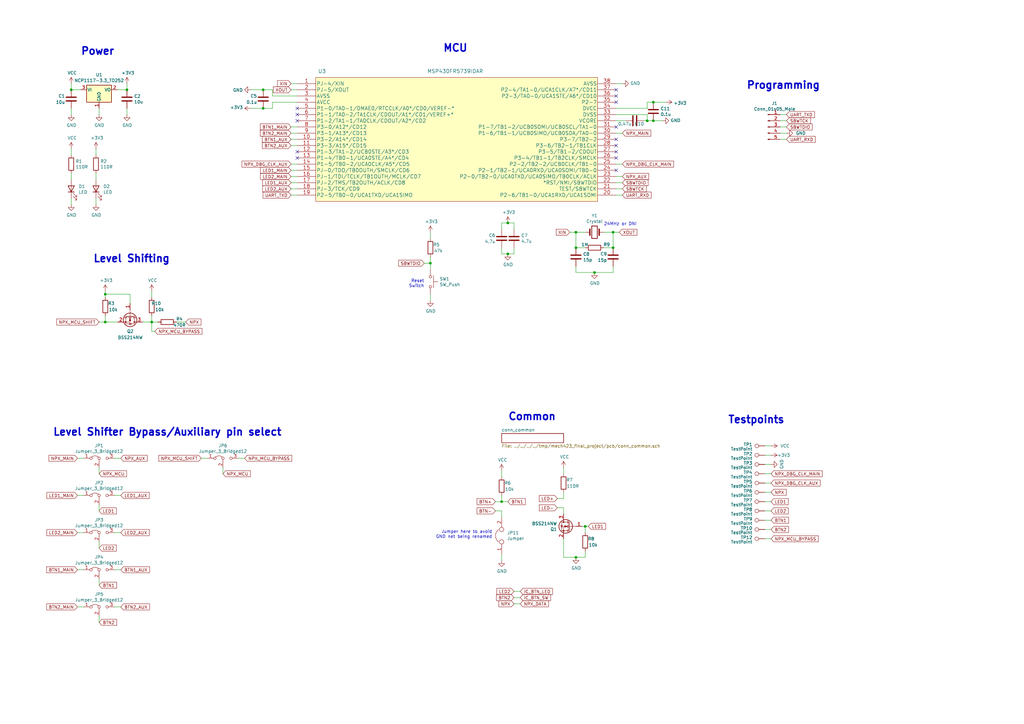
<source format=kicad_sch>
(kicad_sch (version 20230121) (generator eeschema)
  (paper "A3")
  (lib_symbols
    (symbol "Connector:TestPoint" (pin_numbers hide) (pin_names (offset 0.762) hide)
      (property "Reference" "TP" (at 0 6.858 0))
      (property "Value" "TestPoint" (at 0 5.08 0))
      (symbol "TestPoint_0_1"
        (circle (center 0 3.302) (radius 0.762))
      )
      (symbol "TestPoint_1_1"
        (pin passive line (at 0 0 90) (length 2.54) (name "1") (number "1"))
      )
    )
    (symbol "Device:C" (pin_numbers hide) (pin_names (offset 0.254))
      (property "Reference" "C" (at 0.635 2.54 0))
      (property "Value" "C" (at 0.635 -2.54 0))
      (symbol "C_0_1"
        (polyline (pts (xy -2.032 -0.762) (xy 2.032 -0.762)) (stroke (width 0.508)))
        (polyline (pts (xy -2.032 0.762) (xy 2.032 0.762)) (stroke (width 0.508)))
      )
      (symbol "C_1_1"
        (pin passive line (at 0 3.81 270) (length 2.794) (name "~") (number "1"))
        (pin passive line (at 0 -3.81 90) (length 2.794) (name "~") (number "2"))
      )
    )
    (symbol "Device:Crystal" (pin_numbers hide) (pin_names (offset 1.016) hide)
      (property "Reference" "Y" (at 0 3.81 0))
      (property "Value" "Crystal" (at 0 -3.81 0))
      (symbol "Crystal_0_1"
        (rectangle (start -1.143 2.54) (end 1.143 -2.54) (stroke (width 0.3048)))
        (polyline (pts (xy -2.54 0) (xy -1.905 0)))
        (polyline (pts (xy -1.905 -1.27) (xy -1.905 1.27)) (stroke (width 0.508)))
        (polyline (pts (xy 1.905 -1.27) (xy 1.905 1.27)) (stroke (width 0.508)))
        (polyline (pts (xy 2.54 0) (xy 1.905 0)))
      )
      (symbol "Crystal_1_1"
        (pin passive line (at -3.81 0 0) (length 1.27) (name "1") (number "1"))
        (pin passive line (at 3.81 0 180) (length 1.27) (name "2") (number "2"))
      )
    )
    (symbol "Device:LED" (pin_numbers hide) (pin_names (offset 1.016) hide)
      (property "Reference" "D" (at 0 2.54 0))
      (property "Value" "LED" (at 0 -2.54 0))
      (symbol "LED_0_1"
        (polyline (pts (xy -1.27 -1.27) (xy -1.27 1.27)) (stroke (width 0.254)))
        (polyline (pts (xy -1.27 0) (xy 1.27 0)))
        (polyline (pts (xy 1.27 -1.27) (xy 1.27 1.27) (xy -1.27 0) (xy 1.27 -1.27)) (stroke (width 0.254)))
        (polyline (pts (xy -3.048 -0.762) (xy -4.572 -2.286) (xy -3.81 -2.286) (xy -4.572 -2.286) (xy -4.572 -1.524)))
        (polyline (pts (xy -1.778 -0.762) (xy -3.302 -2.286) (xy -2.54 -2.286) (xy -3.302 -2.286) (xy -3.302 -1.524)))
      )
      (symbol "LED_1_1"
        (pin passive line (at -3.81 0 0) (length 2.54) (name "K") (number "1"))
        (pin passive line (at 3.81 0 180) (length 2.54) (name "A") (number "2"))
      )
    )
    (symbol "Device:R" (pin_numbers hide) (pin_names (offset 0))
      (property "Reference" "R" (at 2.032 0 90))
      (property "Value" "R" (at 0 0 90))
      (symbol "R_0_1"
        (rectangle (start -1.016 -2.54) (end 1.016 2.54) (stroke (width 0.254)))
      )
      (symbol "R_1_1"
        (pin passive line (at 0 3.81 270) (length 1.27) (name "~") (number "1"))
        (pin passive line (at 0 -3.81 90) (length 1.27) (name "~") (number "2"))
      )
    )
    (symbol "Regulator_Linear:NCP1117-3.3_TO252" (pin_names (offset 0.254))
      (property "Reference" "U" (at -3.81 3.175 0))
      (property "Value" "NCP1117-3.3_TO252" (at 0 3.175 0))
      (symbol "NCP1117-3.3_TO252_0_1"
        (rectangle (start -5.08 1.905) (end 5.08 -5.08) (stroke (width 0.254)) (fill (type background)))
      )
      (symbol "NCP1117-3.3_TO252_1_1"
        (pin power_in line (at 0 -7.62 90) (length 2.54) (name "GND") (number "1"))
        (pin power_out line (at 7.62 0 180) (length 2.54) (name "VO") (number "2"))
        (pin power_in line (at -7.62 0 0) (length 2.54) (name "VI") (number "3"))
      )
    )
    (symbol "Switch:SW_Push" (pin_numbers hide) (pin_names (offset 1.016) hide)
      (property "Reference" "SW" (at 1.27 2.54 0))
      (property "Value" "SW_Push" (at 0 -1.524 0))
      (symbol "SW_Push_0_1"
        (circle (center -2.032 0) (radius 0.508))
        (polyline (pts (xy 0 1.27) (xy 0 3.048)))
        (polyline (pts (xy 2.54 1.27) (xy -2.54 1.27)))
        (circle (center 2.032 0) (radius 0.508))
        (pin passive line (at -5.08 0 0) (length 2.54) (name "1") (number "1"))
        (pin passive line (at 5.08 0 180) (length 2.54) (name "2") (number "2"))
      )
    )
    (symbol "Transistor_FET:BSS214NW" (pin_names hide)
      (property "Reference" "Q" (at 5.08 1.905 0))
      (property "Value" "BSS214NW" (at 5.08 0 0))
      (symbol "BSS214NW_0_1"
        (polyline (pts (xy 0.254 0) (xy -2.54 0)))
        (polyline (pts (xy 0.254 1.905) (xy 0.254 -1.905)) (stroke (width 0.254)))
        (polyline (pts (xy 0.762 -1.27) (xy 0.762 -2.286)) (stroke (width 0.254)))
        (polyline (pts (xy 0.762 0.508) (xy 0.762 -0.508)) (stroke (width 0.254)))
        (polyline (pts (xy 0.762 2.286) (xy 0.762 1.27)) (stroke (width 0.254)))
        (polyline (pts (xy 2.54 2.54) (xy 2.54 1.778)))
        (polyline (pts (xy 2.54 -2.54) (xy 2.54 0) (xy 0.762 0)))
        (polyline (pts (xy 0.762 -1.778) (xy 3.302 -1.778) (xy 3.302 1.778) (xy 0.762 1.778)))
        (polyline (pts (xy 1.016 0) (xy 2.032 0.381) (xy 2.032 -0.381) (xy 1.016 0)) (fill (type outline)))
        (polyline (pts (xy 2.794 0.508) (xy 2.921 0.381) (xy 3.683 0.381) (xy 3.81 0.254)))
        (polyline (pts (xy 3.302 0.381) (xy 2.921 -0.254) (xy 3.683 -0.254) (xy 3.302 0.381)))
        (circle (center 1.651 0) (radius 2.794) (stroke (width 0.254)))
        (circle (center 2.54 -1.778) (radius 0.254) (fill (type outline)))
        (circle (center 2.54 1.778) (radius 0.254) (fill (type outline)))
      )
      (symbol "BSS214NW_1_1"
        (pin input line (at -5.08 0 0) (length 2.54) (name "G") (number "1"))
        (pin passive line (at 2.54 -5.08 90) (length 2.54) (name "S") (number "2"))
        (pin passive line (at 2.54 5.08 270) (length 2.54) (name "D") (number "3"))
      )
    )
    (symbol "logic_handle-rescue:Conn_01x05_Male-Connector" (pin_names (offset 1.016) hide)
      (property "Reference" "J" (at 0 7.62 0))
      (property "Value" "Connector_Conn_01x05_Male" (at 0 -7.62 0))
      (symbol "Conn_01x05_Male-Connector_1_1"
        (polyline (pts (xy 1.27 -5.08) (xy 0.8636 -5.08)) (stroke (width 0.1524)))
        (polyline (pts (xy 1.27 -2.54) (xy 0.8636 -2.54)) (stroke (width 0.1524)))
        (polyline (pts (xy 1.27 0) (xy 0.8636 0)) (stroke (width 0.1524)))
        (polyline (pts (xy 1.27 2.54) (xy 0.8636 2.54)) (stroke (width 0.1524)))
        (polyline (pts (xy 1.27 5.08) (xy 0.8636 5.08)) (stroke (width 0.1524)))
        (rectangle (start 0.8636 -4.953) (end 0 -5.207) (stroke (width 0.1524)) (fill (type outline)))
        (rectangle (start 0.8636 -2.413) (end 0 -2.667) (stroke (width 0.1524)) (fill (type outline)))
        (rectangle (start 0.8636 0.127) (end 0 -0.127) (stroke (width 0.1524)) (fill (type outline)))
        (rectangle (start 0.8636 2.667) (end 0 2.413) (stroke (width 0.1524)) (fill (type outline)))
        (rectangle (start 0.8636 5.207) (end 0 4.953) (stroke (width 0.1524)) (fill (type outline)))
        (pin passive line (at 5.08 5.08 180) (length 3.81) (name "Pin_1") (number "1"))
        (pin passive line (at 5.08 2.54 180) (length 3.81) (name "Pin_2") (number "2"))
        (pin passive line (at 5.08 0 180) (length 3.81) (name "Pin_3") (number "3"))
        (pin passive line (at 5.08 -2.54 180) (length 3.81) (name "Pin_4") (number "4"))
        (pin passive line (at 5.08 -5.08 180) (length 3.81) (name "Pin_5") (number "5"))
      )
    )
    (symbol "logic_handle-rescue:Jumper-Device" (pin_names (offset 0.762) hide)
      (property "Reference" "JP" (at 0 3.81 0))
      (property "Value" "Device_Jumper" (at 0 -2.032 0))
      (symbol "Jumper-Device_0_1"
        (circle (center -2.54 0) (radius 0.889))
        (arc (start 2.5146 1.27) (mid 0.0078 2.5097) (end -2.4892 1.27))
        (circle (center 2.54 0) (radius 0.889))
        (pin passive line (at -7.62 0 0) (length 4.191) (name "1") (number "1"))
        (pin passive line (at 7.62 0 180) (length 4.191) (name "2") (number "2"))
      )
    )
    (symbol "logic_handle-rescue:Jumper_3_Bridged12-Jumper" (pin_names (offset 0) hide)
      (property "Reference" "JP" (at -2.54 -2.54 0))
      (property "Value" "Jumper_Jumper_3_Bridged12" (at 0 2.794 0))
      (symbol "Jumper_3_Bridged12-Jumper_0_0"
        (circle (center -3.302 0) (radius 0.508))
        (circle (center 0 0) (radius 0.508))
        (circle (center 3.302 0) (radius 0.508))
      )
      (symbol "Jumper_3_Bridged12-Jumper_0_1"
        (arc (start -0.254 0.508) (mid -1.651 0.9912) (end -3.048 0.508))
        (polyline (pts (xy 0 -1.27) (xy 0 -0.508)))
      )
      (symbol "Jumper_3_Bridged12-Jumper_1_1"
        (pin passive line (at -6.35 0 0) (length 2.54) (name "A") (number "1"))
        (pin input line (at 0 -3.81 90) (length 2.54) (name "C") (number "2"))
        (pin passive line (at 6.35 0 180) (length 2.54) (name "B") (number "3"))
      )
    )
    (symbol "logic_handle-rescue:MSP430FR5739IDAR-gigahawk" (pin_names (offset 0.254))
      (property "Reference" "U" (at 0 5.08 0))
      (property "Value" "gigahawk_MSP430FR5739IDAR" (at 0 2.54 0))
      (symbol "MSP430FR5739IDAR-gigahawk_1_1"
        (rectangle (start -57.15 0) (end 58.42 -50.8) (fill (type background)))
        (pin bidirectional line (at -64.77 -2.54 0) (length 7.62) (name "PJ-4/XIN") (number "1"))
        (pin bidirectional line (at -64.77 -25.4 0) (length 7.62) (name "P3-2/A14*/CD14") (number "10"))
        (pin bidirectional line (at -64.77 -27.94 0) (length 7.62) (name "P3-3/A15*/CD15") (number "11"))
        (pin bidirectional line (at -64.77 -30.48 0) (length 7.62) (name "P1-3/TA1-2/UCB0STE/A3*/CD3") (number "12"))
        (pin bidirectional line (at -64.77 -33.02 0) (length 7.62) (name "P1-4/TB0-1/UCA0STE/A4*/CD4") (number "13"))
        (pin bidirectional line (at -64.77 -35.56 0) (length 7.62) (name "P1-5/TB0-2/UCA0CLK/A5*/CD5") (number "14"))
        (pin bidirectional line (at -64.77 -38.1 0) (length 7.62) (name "PJ-0/TDO/TB0OUTH/SMCLK/CD6") (number "15"))
        (pin bidirectional line (at -64.77 -40.64 0) (length 7.62) (name "PJ-1/TDI/TCLK/TB1OUTH/MCLK/CD7") (number "16"))
        (pin bidirectional line (at -64.77 -43.18 0) (length 7.62) (name "PJ-2/TMS/TB2OUTH/ACLK/CD8") (number "17"))
        (pin bidirectional line (at -64.77 -45.72 0) (length 7.62) (name "PJ-3/TCK/CD9") (number "18"))
        (pin bidirectional line (at -64.77 -48.26 0) (length 7.62) (name "P2-5/TB0-0/UCA1TXD/UCA1SIMO") (number "19"))
        (pin bidirectional line (at -64.77 -5.08 0) (length 7.62) (name "PJ-5/XOUT") (number "2"))
        (pin bidirectional line (at 66.04 -48.26 180) (length 7.62) (name "P2-6/TB1-0/UCA1RXD/UCA1SOMI") (number "20"))
        (pin bidirectional line (at 66.04 -45.72 180) (length 7.62) (name "TEST/SBWTCK") (number "21"))
        (pin bidirectional line (at 66.04 -43.18 180) (length 7.62) (name "*RST/NMI/SBWTDIO") (number "22"))
        (pin bidirectional line (at 66.04 -40.64 180) (length 7.62) (name "P2-0/TB2-0/UCA0TXD/UCA0SIMO/TB0CLK/ACLK") (number "23"))
        (pin bidirectional line (at 66.04 -38.1 180) (length 7.62) (name "P2-1/TB2-1/UCA0RXD/UCA0SOMI/TB0-0") (number "24"))
        (pin bidirectional line (at 66.04 -35.56 180) (length 7.62) (name "P2-2/TB2-2/UCB0CLK/TB1-0") (number "25"))
        (pin bidirectional line (at 66.04 -33.02 180) (length 7.62) (name "P3-4/TB1-1/TB2CLK/SMCLK") (number "26"))
        (pin bidirectional line (at 66.04 -30.48 180) (length 7.62) (name "P3-5/TB1-2/CDOUT") (number "27"))
        (pin bidirectional line (at 66.04 -27.94 180) (length 7.62) (name "P3-6/TB2-1/TB1CLK") (number "28"))
        (pin bidirectional line (at 66.04 -25.4 180) (length 7.62) (name "P3-7/TB2-2") (number "29"))
        (pin power_in line (at -64.77 -7.62 0) (length 7.62) (name "AVSS") (number "3"))
        (pin bidirectional line (at 66.04 -22.86 180) (length 7.62) (name "P1-6/TB1-1/UCB0SIMO/UCB0SDA/TA0-0") (number "30"))
        (pin bidirectional line (at 66.04 -20.32 180) (length 7.62) (name "P1-7/TB1-2/UCB0SOMI/UCB0SCL/TA1-0") (number "31"))
        (pin power_in line (at 66.04 -17.78 180) (length 7.62) (name "VCORE") (number "32"))
        (pin power_in line (at 66.04 -15.24 180) (length 7.62) (name "DVSS") (number "33"))
        (pin power_in line (at 66.04 -12.7 180) (length 7.62) (name "DVCC") (number "34"))
        (pin bidirectional line (at 66.04 -10.16 180) (length 7.62) (name "P2-7") (number "35"))
        (pin bidirectional line (at 66.04 -7.62 180) (length 7.62) (name "P2-3/TA0-0/UCA1STE/A6*/CD10") (number "36"))
        (pin bidirectional line (at 66.04 -5.08 180) (length 7.62) (name "P2-4/TA1-0/UCA1CLK/A7*/CD11") (number "37"))
        (pin power_in line (at 66.04 -2.54 180) (length 7.62) (name "AVSS") (number "38"))
        (pin power_in line (at -64.77 -10.16 0) (length 7.62) (name "AVCC") (number "4"))
        (pin bidirectional line (at -64.77 -12.7 0) (length 7.62) (name "P1-0/TA0-1/DMAE0/RTCCLK/A0*/CD0/VEREF-*") (number "5"))
        (pin bidirectional line (at -64.77 -15.24 0) (length 7.62) (name "P1-1/TA0-2/TA1CLK/CDOUT/A1*/CD1/VEREF+*") (number "6"))
        (pin bidirectional line (at -64.77 -17.78 0) (length 7.62) (name "P1-2/TA1-1/TA0CLK/CDOUT/A2*/CD2") (number "7"))
        (pin bidirectional line (at -64.77 -20.32 0) (length 7.62) (name "P3-0/A12*/CD12") (number "8"))
        (pin bidirectional line (at -64.77 -22.86 0) (length 7.62) (name "P3-1/A13*/CD13") (number "9"))
      )
    )
    (symbol "power:+3V3" (power) (pin_names (offset 0))
      (property "Value" "+3V3" (at 0 3.556 0))
      (symbol "+3V3_0_1"
        (polyline (pts (xy -0.762 1.27) (xy 0 2.54)))
        (polyline (pts (xy 0 0) (xy 0 2.54)))
        (polyline (pts (xy 0 2.54) (xy 0.762 1.27)))
      )
      (symbol "+3V3_1_1"
        (pin power_in line (at 0 0 90) (length 0) hide (name "+3V3") (number "1"))
      )
    )
    (symbol "power:GND" (power) (pin_names (offset 0))
      (property "Value" "GND" (at 0 -3.81 0))
      (symbol "GND_0_1"
        (polyline (pts (xy 0 0) (xy 0 -1.27) (xy 1.27 -1.27) (xy 0 -2.54) (xy -1.27 -1.27) (xy 0 -1.27)))
      )
      (symbol "GND_1_1"
        (pin power_in line (at 0 0 270) (length 0) hide (name "GND") (number "1"))
      )
    )
    (symbol "power:VCC" (power) (pin_names (offset 0))
      (property "Value" "VCC" (at 0 3.81 0))
      (symbol "VCC_0_1"
        (polyline (pts (xy -0.762 1.27) (xy 0 2.54)))
        (polyline (pts (xy 0 0) (xy 0 2.54)))
        (polyline (pts (xy 0 2.54) (xy 0.762 1.27)))
      )
      (symbol "VCC_1_1"
        (pin power_in line (at 0 0 90) (length 0) hide (name "VCC") (number "1"))
      )
    )
  )
  (junction (at 205.74 205.74))
  (junction (at 240.03 215.9))
  (junction (at 236.22 228.6))
  (junction (at 236.22 101.6))
  (junction (at 251.46 101.6))
  (junction (at 236.22 95.25))
  (junction (at 43.18 120.65))
  (junction (at 107.95 44.45))
  (junction (at 267.97 49.53))
  (junction (at 176.53 107.95))
  (junction (at 208.28 91.44))
  (junction (at 107.95 36.83))
  (junction (at 43.18 132.08))
  (junction (at 62.23 132.08))
  (junction (at 267.97 41.91))
  (junction (at 243.84 111.76))
  (junction (at 265.43 49.53))
  (junction (at 29.21 36.83))
  (junction (at 52.07 36.83))
  (junction (at 208.28 104.14))
  (junction (at 251.46 95.25))
  (no_connect (at 252.73 39.37))
  (no_connect (at 121.92 44.45))
  (no_connect (at 252.73 69.85))
  (no_connect (at 121.92 62.23))
  (no_connect (at 121.92 49.53))
  (no_connect (at 252.73 41.91))
  (no_connect (at 252.73 64.77))
  (no_connect (at 252.73 52.07))
  (no_connect (at 252.73 36.83))
  (no_connect (at 252.73 62.23))
  (no_connect (at 121.92 64.77))
  (no_connect (at 121.92 46.99))
  (no_connect (at 252.73 59.69))
  (no_connect (at 252.73 57.15))
  (wire (pts (xy 265.43 41.91) (xy 267.97 41.91)))
  (wire (pts (xy 251.46 111.76) (xy 251.46 109.22)))
  (wire (pts (xy 91.44 194.31) (xy 91.44 191.77)))
  (wire (pts (xy 205.74 195.58) (xy 205.74 193.04)))
  (wire (pts (xy 31.75 218.44) (xy 34.29 218.44)))
  (wire (pts (xy 316.23 198.12) (xy 313.69 198.12)))
  (wire (pts (xy 176.53 105.41) (xy 176.53 107.95)))
  (wire (pts (xy 29.21 73.66) (xy 29.21 71.12)))
  (wire (pts (xy 208.28 91.44) (xy 210.82 91.44)))
  (wire (pts (xy 255.27 77.47) (xy 252.73 77.47)))
  (wire (pts (xy 205.74 93.98) (xy 205.74 91.44)))
  (wire (pts (xy 119.38 52.07) (xy 121.92 52.07)))
  (wire (pts (xy 316.23 205.74) (xy 313.69 205.74)))
  (wire (pts (xy 205.74 205.74) (xy 205.74 203.2)))
  (wire (pts (xy 238.76 215.9) (xy 240.03 215.9)))
  (wire (pts (xy 49.53 218.44) (xy 46.99 218.44)))
  (wire (pts (xy 236.22 228.6) (xy 240.03 228.6)))
  (wire (pts (xy 53.34 120.65) (xy 43.18 120.65)))
  (wire (pts (xy 267.97 41.91) (xy 273.05 41.91)))
  (wire (pts (xy 53.34 124.46) (xy 53.34 120.65)))
  (wire (pts (xy 228.6 208.28) (xy 231.14 208.28)))
  (wire (pts (xy 256.54 49.53) (xy 252.73 49.53)))
  (wire (pts (xy 52.07 36.83) (xy 52.07 34.29)))
  (wire (pts (xy 208.28 104.14) (xy 210.82 104.14)))
  (wire (pts (xy 31.75 233.68) (xy 34.29 233.68)))
  (wire (pts (xy 40.64 191.77) (xy 40.64 194.31)))
  (wire (pts (xy 231.14 208.28) (xy 231.14 210.82)))
  (wire (pts (xy 322.58 52.07) (xy 320.04 52.07)))
  (wire (pts (xy 119.38 34.29) (xy 121.92 34.29)))
  (wire (pts (xy 111.76 39.37) (xy 111.76 36.83)))
  (wire (pts (xy 255.27 67.31) (xy 252.73 67.31)))
  (wire (pts (xy 62.23 135.89) (xy 63.5 135.89)))
  (wire (pts (xy 210.82 242.57) (xy 213.36 242.57)))
  (wire (pts (xy 233.68 95.25) (xy 236.22 95.25)))
  (wire (pts (xy 49.53 248.92) (xy 46.99 248.92)))
  (wire (pts (xy 102.87 36.83) (xy 107.95 36.83)))
  (wire (pts (xy 100.33 187.96) (xy 97.79 187.96)))
  (wire (pts (xy 205.74 91.44) (xy 208.28 91.44)))
  (wire (pts (xy 203.2 209.55) (xy 205.74 209.55)))
  (wire (pts (xy 322.58 57.15) (xy 320.04 57.15)))
  (wire (pts (xy 119.38 54.61) (xy 121.92 54.61)))
  (wire (pts (xy 205.74 104.14) (xy 205.74 101.6)))
  (wire (pts (xy 231.14 228.6) (xy 236.22 228.6)))
  (wire (pts (xy 210.82 104.14) (xy 210.82 101.6)))
  (wire (pts (xy 210.82 245.11) (xy 213.36 245.11)))
  (wire (pts (xy 231.14 194.31) (xy 231.14 191.77)))
  (wire (pts (xy 322.58 46.99) (xy 320.04 46.99)))
  (wire (pts (xy 236.22 101.6) (xy 240.03 101.6)))
  (wire (pts (xy 29.21 83.82) (xy 29.21 81.28)))
  (wire (pts (xy 29.21 36.83) (xy 29.21 34.29)))
  (wire (pts (xy 240.03 95.25) (xy 236.22 95.25)))
  (wire (pts (xy 72.39 132.08) (xy 76.2 132.08)))
  (wire (pts (xy 205.74 229.87) (xy 205.74 227.33)))
  (wire (pts (xy 316.23 220.98) (xy 313.69 220.98)))
  (wire (pts (xy 240.03 215.9) (xy 241.3 215.9)))
  (wire (pts (xy 316.23 182.88) (xy 313.69 182.88)))
  (wire (pts (xy 267.97 49.53) (xy 271.78 49.53)))
  (wire (pts (xy 208.28 104.14) (xy 205.74 104.14)))
  (wire (pts (xy 31.75 248.92) (xy 34.29 248.92)))
  (wire (pts (xy 265.43 49.53) (xy 267.97 49.53)))
  (wire (pts (xy 40.64 132.08) (xy 43.18 132.08)))
  (wire (pts (xy 203.2 205.74) (xy 205.74 205.74)))
  (wire (pts (xy 255.27 34.29) (xy 252.73 34.29)))
  (wire (pts (xy 40.64 224.79) (xy 40.64 222.25)))
  (wire (pts (xy 313.69 194.31) (xy 316.23 194.31)))
  (wire (pts (xy 255.27 54.61) (xy 252.73 54.61)))
  (wire (pts (xy 40.64 46.99) (xy 40.64 44.45)))
  (wire (pts (xy 240.03 228.6) (xy 240.03 226.06)))
  (wire (pts (xy 252.73 44.45) (xy 265.43 44.45)))
  (wire (pts (xy 52.07 46.99) (xy 52.07 44.45)))
  (wire (pts (xy 39.37 60.96) (xy 39.37 63.5)))
  (wire (pts (xy 176.53 95.25) (xy 176.53 97.79)))
  (wire (pts (xy 205.74 209.55) (xy 205.74 212.09)))
  (wire (pts (xy 107.95 36.83) (xy 111.76 36.83)))
  (wire (pts (xy 29.21 63.5) (xy 29.21 60.96)))
  (wire (pts (xy 119.38 57.15) (xy 121.92 57.15)))
  (wire (pts (xy 316.23 190.5) (xy 313.69 190.5)))
  (wire (pts (xy 119.38 59.69) (xy 121.92 59.69)))
  (wire (pts (xy 43.18 120.65) (xy 43.18 119.38)))
  (wire (pts (xy 119.38 77.47) (xy 121.92 77.47)))
  (wire (pts (xy 252.73 80.01) (xy 255.27 80.01)))
  (wire (pts (xy 107.95 44.45) (xy 111.76 44.45)))
  (wire (pts (xy 49.53 233.68) (xy 46.99 233.68)))
  (wire (pts (xy 316.23 186.69) (xy 313.69 186.69)))
  (wire (pts (xy 251.46 101.6) (xy 251.46 95.25)))
  (wire (pts (xy 121.92 41.91) (xy 111.76 41.91)))
  (wire (pts (xy 231.14 220.98) (xy 231.14 228.6)))
  (wire (pts (xy 121.92 67.31) (xy 119.38 67.31)))
  (wire (pts (xy 62.23 132.08) (xy 58.42 132.08)))
  (wire (pts (xy 49.53 203.2) (xy 46.99 203.2)))
  (wire (pts (xy 119.38 80.01) (xy 121.92 80.01)))
  (wire (pts (xy 213.36 247.65) (xy 210.82 247.65)))
  (wire (pts (xy 316.23 209.55) (xy 313.69 209.55)))
  (wire (pts (xy 322.58 49.53) (xy 320.04 49.53)))
  (wire (pts (xy 240.03 218.44) (xy 240.03 215.9)))
  (wire (pts (xy 316.23 213.36) (xy 313.69 213.36)))
  (wire (pts (xy 210.82 91.44) (xy 210.82 93.98)))
  (wire (pts (xy 64.77 132.08) (xy 62.23 132.08)))
  (wire (pts (xy 119.38 69.85) (xy 121.92 69.85)))
  (wire (pts (xy 31.75 187.96) (xy 34.29 187.96)))
  (wire (pts (xy 29.21 36.83) (xy 33.02 36.83)))
  (wire (pts (xy 48.26 36.83) (xy 52.07 36.83)))
  (wire (pts (xy 228.6 204.47) (xy 231.14 204.47)))
  (wire (pts (xy 243.84 111.76) (xy 236.22 111.76)))
  (wire (pts (xy 264.16 49.53) (xy 265.43 49.53)))
  (wire (pts (xy 40.64 240.03) (xy 40.64 237.49)))
  (wire (pts (xy 39.37 73.66) (xy 39.37 71.12)))
  (wire (pts (xy 255.27 72.39) (xy 252.73 72.39)))
  (wire (pts (xy 119.38 74.93) (xy 121.92 74.93)))
  (wire (pts (xy 176.53 123.19) (xy 176.53 120.65)))
  (wire (pts (xy 49.53 187.96) (xy 46.99 187.96)))
  (wire (pts (xy 236.22 95.25) (xy 236.22 101.6)))
  (wire (pts (xy 43.18 132.08) (xy 48.26 132.08)))
  (wire (pts (xy 102.87 44.45) (xy 107.95 44.45)))
  (wire (pts (xy 252.73 46.99) (xy 265.43 46.99)))
  (wire (pts (xy 43.18 121.92) (xy 43.18 120.65)))
  (wire (pts (xy 251.46 95.25) (xy 247.65 95.25)))
  (wire (pts (xy 247.65 101.6) (xy 251.46 101.6)))
  (wire (pts (xy 119.38 72.39) (xy 121.92 72.39)))
  (wire (pts (xy 243.84 111.76) (xy 251.46 111.76)))
  (wire (pts (xy 254 95.25) (xy 251.46 95.25)))
  (wire (pts (xy 316.23 201.93) (xy 313.69 201.93)))
  (wire (pts (xy 265.43 44.45) (xy 265.43 41.91)))
  (wire (pts (xy 255.27 74.93) (xy 252.73 74.93)))
  (wire (pts (xy 176.53 107.95) (xy 176.53 110.49)))
  (wire (pts (xy 208.28 205.74) (xy 205.74 205.74)))
  (wire (pts (xy 31.75 203.2) (xy 34.29 203.2)))
  (wire (pts (xy 236.22 111.76) (xy 236.22 109.22)))
  (wire (pts (xy 316.23 217.17) (xy 313.69 217.17)))
  (wire (pts (xy 265.43 46.99) (xy 265.43 49.53)))
  (wire (pts (xy 29.21 46.99) (xy 29.21 44.45)))
  (wire (pts (xy 40.64 255.27) (xy 40.64 252.73)))
  (wire (pts (xy 40.64 209.55) (xy 40.64 207.01)))
  (wire (pts (xy 121.92 39.37) (xy 111.76 39.37)))
  (wire (pts (xy 322.58 54.61) (xy 320.04 54.61)))
  (wire (pts (xy 43.18 129.54) (xy 43.18 132.08)))
  (wire (pts (xy 82.55 187.96) (xy 85.09 187.96)))
  (wire (pts (xy 111.76 41.91) (xy 111.76 44.45)))
  (wire (pts (xy 62.23 132.08) (xy 62.23 135.89)))
  (wire (pts (xy 62.23 129.54) (xy 62.23 132.08)))
  (wire (pts (xy 119.38 36.83) (xy 121.92 36.83)))
  (wire (pts (xy 176.53 107.95) (xy 173.99 107.95)))
  (wire (pts (xy 39.37 83.82) (xy 39.37 81.28)))
  (wire (pts (xy 62.23 121.92) (xy 62.23 119.38)))
  (wire (pts (xy 231.14 204.47) (xy 231.14 201.93)))
  (text "Programming" (at 306.07 36.83 0) (effects (font (size 2.9972 2.9972) (thickness 0.5994) bold) (justify left bottom)))
  (text "Level Shifting" (at 38.1 107.95 0) (effects (font (size 2.9972 2.9972) (thickness 0.5994) bold) (justify left bottom)))
  (text "Level Shifter Bypass/Auxiliary pin select" (at 21.59 179.07 0) (effects (font (size 2.9972 2.9972) (thickness 0.5994) bold) (justify left bottom)))
  (text "Jumper here to avoid\nGND net being renamed" (at 201.93 220.98 0) (effects (font (size 1.27 1.27)) (justify right bottom)))
  (text "Testpoints" (at 298.45 173.99 0) (effects (font (size 2.9972 2.9972) (thickness 0.5994) bold) (justify left bottom)))
  (text "Reset\nSwitch" (at 173.99 118.11 0) (effects (font (size 1.27 1.27)) (justify right bottom)))
  (text "24MHz or DNI" (at 247.65 92.71 0) (effects (font (size 1.27 1.27)) (justify left bottom)))
  (text "Power" (at 33.02 22.86 0) (effects (font (size 2.9972 2.9972) (thickness 0.5994) bold) (justify left bottom)))
  (text "Common" (at 208.28 172.72 0) (effects (font (size 2.9972 2.9972) (thickness 0.5994) bold) (justify left bottom)))
  (text "MCU" (at 181.61 21.59 0) (effects (font (size 2.9972 2.9972) (thickness 0.5994) bold) (justify left bottom)))
  (global_label "NPX_MCU_SHIFT" (shape input) (at 82.55 187.96 180) (property "Intersheetrefs" "${INTERSHEET_REFS}" (effects hide)))
  (global_label "LED2_AUX" (shape input) (at 49.53 218.44 0) (property "Intersheetrefs" "${INTERSHEET_REFS}" (effects hide)))
  (global_label "NPX_MCU" (shape input) (at 40.64 194.31 0) (property "Intersheetrefs" "${INTERSHEET_REFS}" (effects hide)))
  (global_label "LED1_MAIN" (shape input) (at 31.75 203.2 180) (property "Intersheetrefs" "${INTERSHEET_REFS}" (effects hide)))
  (global_label "NPX_MAIN" (shape input) (at 255.27 54.61 0) (property "Intersheetrefs" "${INTERSHEET_REFS}" (effects hide)))
  (global_label "NPX_DBG_CLK_MAIN" (shape input) (at 316.23 194.31 0) (property "Intersheetrefs" "${INTERSHEET_REFS}" (effects hide)))
  (global_label "LED2" (shape input) (at 210.82 242.57 180) (property "Intersheetrefs" "${INTERSHEET_REFS}" (effects hide)))
  (global_label "BTN2_MAIN" (shape input) (at 31.75 248.92 180) (property "Intersheetrefs" "${INTERSHEET_REFS}" (effects hide)))
  (global_label "BTN1_AUX" (shape input) (at 119.38 57.15 180) (property "Intersheetrefs" "${INTERSHEET_REFS}" (effects hide)))
  (global_label "BTN2" (shape input) (at 40.64 255.27 0) (property "Intersheetrefs" "${INTERSHEET_REFS}" (effects hide)))
  (global_label "SBWTDIO" (shape input) (at 255.27 74.93 0) (property "Intersheetrefs" "${INTERSHEET_REFS}" (effects hide)))
  (global_label "LED2_MAIN" (shape input) (at 119.38 72.39 180) (property "Intersheetrefs" "${INTERSHEET_REFS}" (effects hide)))
  (global_label "NPX" (shape input) (at 210.82 247.65 180) (property "Intersheetrefs" "${INTERSHEET_REFS}" (effects hide)))
  (global_label "BTN1_AUX" (shape input) (at 49.53 233.68 0) (property "Intersheetrefs" "${INTERSHEET_REFS}" (effects hide)))
  (global_label "NPX_AUX" (shape input) (at 49.53 187.96 0) (property "Intersheetrefs" "${INTERSHEET_REFS}" (effects hide)))
  (global_label "SBWTDIO" (shape input) (at 322.58 52.07 0) (property "Intersheetrefs" "${INTERSHEET_REFS}" (effects hide)))
  (global_label "LED1" (shape input) (at 316.23 205.74 0) (property "Intersheetrefs" "${INTERSHEET_REFS}" (effects hide)))
  (global_label "SBWTCK" (shape input) (at 322.58 49.53 0) (property "Intersheetrefs" "${INTERSHEET_REFS}" (effects hide)))
  (global_label "XOUT" (shape input) (at 254 95.25 0) (property "Intersheetrefs" "${INTERSHEET_REFS}" (effects hide)))
  (global_label "NPX_MAIN" (shape input) (at 31.75 187.96 180) (property "Intersheetrefs" "${INTERSHEET_REFS}" (effects hide)))
  (global_label "BTN2_MAIN" (shape input) (at 119.38 54.61 180) (property "Intersheetrefs" "${INTERSHEET_REFS}" (effects hide)))
  (global_label "LED2" (shape input) (at 316.23 209.55 0) (property "Intersheetrefs" "${INTERSHEET_REFS}" (effects hide)))
  (global_label "IC_BTN_SW" (shape input) (at 213.36 245.11 0) (property "Intersheetrefs" "${INTERSHEET_REFS}" (effects hide)))
  (global_label "BTN2" (shape input) (at 316.23 217.17 0) (property "Intersheetrefs" "${INTERSHEET_REFS}" (effects hide)))
  (global_label "LED1" (shape input) (at 241.3 215.9 0) (property "Intersheetrefs" "${INTERSHEET_REFS}" (effects hide)))
  (global_label "BTN1" (shape input) (at 40.64 240.03 0) (property "Intersheetrefs" "${INTERSHEET_REFS}" (effects hide)))
  (global_label "NPX_MCU_BYPASS" (shape input) (at 63.5 135.89 0) (property "Intersheetrefs" "${INTERSHEET_REFS}" (effects hide)))
  (global_label "LED-" (shape input) (at 228.6 208.28 180) (property "Intersheetrefs" "${INTERSHEET_REFS}" (effects hide)))
  (global_label "LED1_AUX" (shape input) (at 49.53 203.2 0) (property "Intersheetrefs" "${INTERSHEET_REFS}" (effects hide)))
  (global_label "SBWTCK" (shape input) (at 255.27 77.47 0) (property "Intersheetrefs" "${INTERSHEET_REFS}" (effects hide)))
  (global_label "UART_TXD" (shape input) (at 119.38 80.01 180) (property "Intersheetrefs" "${INTERSHEET_REFS}" (effects hide)))
  (global_label "NPX" (shape input) (at 76.2 132.08 0) (property "Intersheetrefs" "${INTERSHEET_REFS}" (effects hide)))
  (global_label "BTN2_AUX" (shape input) (at 49.53 248.92 0) (property "Intersheetrefs" "${INTERSHEET_REFS}" (effects hide)))
  (global_label "LED1_AUX" (shape input) (at 119.38 74.93 180) (property "Intersheetrefs" "${INTERSHEET_REFS}" (effects hide)))
  (global_label "SBWTDIO" (shape input) (at 173.99 107.95 180) (property "Intersheetrefs" "${INTERSHEET_REFS}" (effects hide)))
  (global_label "NPX_AUX" (shape input) (at 255.27 72.39 0) (property "Intersheetrefs" "${INTERSHEET_REFS}" (effects hide)))
  (global_label "NPX_MCU_BYPASS" (shape input) (at 100.33 187.96 0) (property "Intersheetrefs" "${INTERSHEET_REFS}" (effects hide)))
  (global_label "NPX_DATA" (shape input) (at 213.36 247.65 0) (property "Intersheetrefs" "${INTERSHEET_REFS}" (effects hide)))
  (global_label "LED1" (shape input) (at 40.64 209.55 0) (property "Intersheetrefs" "${INTERSHEET_REFS}" (effects hide)))
  (global_label "NPX_MCU" (shape input) (at 91.44 194.31 0) (property "Intersheetrefs" "${INTERSHEET_REFS}" (effects hide)))
  (global_label "IC_BTN_LED" (shape input) (at 213.36 242.57 0) (property "Intersheetrefs" "${INTERSHEET_REFS}" (effects hide)))
  (global_label "NPX_DBG_CLK_AUX" (shape input) (at 316.23 198.12 0) (property "Intersheetrefs" "${INTERSHEET_REFS}" (effects hide)))
  (global_label "NPX_DBG_CLK_MAIN" (shape input) (at 255.27 67.31 0) (property "Intersheetrefs" "${INTERSHEET_REFS}" (effects hide)))
  (global_label "BTN2_AUX" (shape input) (at 119.38 59.69 180) (property "Intersheetrefs" "${INTERSHEET_REFS}" (effects hide)))
  (global_label "BTN2" (shape input) (at 210.82 245.11 180) (property "Intersheetrefs" "${INTERSHEET_REFS}" (effects hide)))
  (global_label "LED+" (shape input) (at 228.6 204.47 180) (property "Intersheetrefs" "${INTERSHEET_REFS}" (effects hide)))
  (global_label "UART_RXD" (shape input) (at 322.58 57.15 0) (property "Intersheetrefs" "${INTERSHEET_REFS}" (effects hide)))
  (global_label "BTN1_MAIN" (shape input) (at 31.75 233.68 180) (property "Intersheetrefs" "${INTERSHEET_REFS}" (effects hide)))
  (global_label "NPX_MCU_BYPASS" (shape input) (at 316.23 220.98 0) (property "Intersheetrefs" "${INTERSHEET_REFS}" (effects hide)))
  (global_label "BTN1" (shape input) (at 316.23 213.36 0) (property "Intersheetrefs" "${INTERSHEET_REFS}" (effects hide)))
  (global_label "BTN-" (shape input) (at 203.2 209.55 180) (property "Intersheetrefs" "${INTERSHEET_REFS}" (effects hide)))
  (global_label "NPX_DBG_CLK_AUX" (shape input) (at 119.38 67.31 180) (property "Intersheetrefs" "${INTERSHEET_REFS}" (effects hide)))
  (global_label "LED2_MAIN" (shape input) (at 31.75 218.44 180) (property "Intersheetrefs" "${INTERSHEET_REFS}" (effects hide)))
  (global_label "NPX" (shape input) (at 316.23 201.93 0) (property "Intersheetrefs" "${INTERSHEET_REFS}" (effects hide)))
  (global_label "LED2_AUX" (shape input) (at 119.38 77.47 180) (property "Intersheetrefs" "${INTERSHEET_REFS}" (effects hide)))
  (global_label "UART_RXD" (shape input) (at 255.27 80.01 0) (property "Intersheetrefs" "${INTERSHEET_REFS}" (effects hide)))
  (global_label "XIN" (shape input) (at 119.38 34.29 180) (property "Intersheetrefs" "${INTERSHEET_REFS}" (effects hide)))
  (global_label "XIN" (shape input) (at 233.68 95.25 180) (property "Intersheetrefs" "${INTERSHEET_REFS}" (effects hide)))
  (global_label "BTN+" (shape input) (at 203.2 205.74 180) (property "Intersheetrefs" "${INTERSHEET_REFS}" (effects hide)))
  (global_label "BTN1" (shape input) (at 208.28 205.74 0) (property "Intersheetrefs" "${INTERSHEET_REFS}" (effects hide)))
  (global_label "UART_TXD" (shape input) (at 322.58 46.99 0) (property "Intersheetrefs" "${INTERSHEET_REFS}" (effects hide)))
  (global_label "LED1_MAIN" (shape input) (at 119.38 69.85 180) (property "Intersheetrefs" "${INTERSHEET_REFS}" (effects hide)))
  (global_label "LED2" (shape input) (at 40.64 224.79 0) (property "Intersheetrefs" "${INTERSHEET_REFS}" (effects hide)))
  (global_label "XOUT" (shape input) (at 119.38 36.83 180) (property "Intersheetrefs" "${INTERSHEET_REFS}" (effects hide)))
  (global_label "BTN1_MAIN" (shape input) (at 119.38 52.07 180) (property "Intersheetrefs" "${INTERSHEET_REFS}" (effects hide)))
  (global_label "NPX_MCU_SHIFT" (shape input) (at 40.64 132.08 180) (property "Intersheetrefs" "${INTERSHEET_REFS}" (effects hide)))
  (symbol (lib_id "logic_handle-rescue:Jumper_3_Bridged12-Jumper") (at 40.64 187.96 0) (unit 1)
    (property "Reference" "JP1" (at 40.64 182.7784 0))
    (property "Value" "Jumper_3_Bridged12" (at 40.64 185.0898 0))
    (property "Footprint" "Jumper:SolderJumper-3_P1.3mm_Bridged2Bar12_Pad1.0x1.5mm" (effects hide))
  )
  (symbol (lib_id "logic_handle-rescue:Jumper_3_Bridged12-Jumper") (at 91.44 187.96 0) (unit 1)
    (property "Reference" "JP6" (at 91.44 182.7784 0))
    (property "Value" "Jumper_3_Bridged12" (at 91.44 185.0898 0))
    (property "Footprint" "Jumper:SolderJumper-3_P1.3mm_Bridged2Bar12_Pad1.0x1.5mm" (effects hide))
  )
  (symbol (lib_id "logic_handle-rescue:Jumper_3_Bridged12-Jumper") (at 40.64 203.2 0) (unit 1)
    (property "Reference" "JP2" (at 40.64 198.0184 0))
    (property "Value" "Jumper_3_Bridged12" (at 40.64 200.3298 0))
    (property "Footprint" "Jumper:SolderJumper-3_P1.3mm_Bridged2Bar12_Pad1.0x1.5mm" (effects hide))
  )
  (symbol (lib_id "logic_handle-rescue:Jumper_3_Bridged12-Jumper") (at 40.64 218.44 0) (unit 1)
    (property "Reference" "JP3" (at 40.64 213.2584 0))
    (property "Value" "Jumper_3_Bridged12" (at 40.64 215.5698 0))
    (property "Footprint" "Jumper:SolderJumper-3_P1.3mm_Bridged2Bar12_Pad1.0x1.5mm" (effects hide))
  )
  (symbol (lib_id "Switch:SW_Push") (at 176.53 115.57 270) (unit 1)
    (property "Reference" "SW1" (at 180.2892 114.4016 90) (effects (justify left)))
    (property "Value" "SW_Push" (at 180.2892 116.713 90) (effects (justify left)))
    (property "Footprint" "Button_Switch_SMD:SW_SPST_TL3342" (effects hide))
    (property "Datasheet" "https://sten-eswitch-13110800-production.s3.amazonaws.com/system/asset/product_line/data_sheet/165/TL3342.pdf" (effects hide))
    (property "Digikey" "EG5470CT-ND" (effects hide))
  )
  (symbol (lib_id "power:GND") (at 176.53 123.19 0) (unit 1)
    (property "Reference" "#PWR0116" (effects hide))
    (property "Value" "GND" (at 176.657 127.5842 0))
  )
  (symbol (lib_id "Device:Crystal") (at 243.84 95.25 0) (unit 1)
    (property "Reference" "Y1" (at 243.84 88.4428 0))
    (property "Value" "Crystal" (at 243.84 90.7542 0))
    (property "Footprint" "Gigahawk:Crystal_SMD_AWSZT-CV-2Pin_3.7x3.1mm" (effects hide))
    (property "Datasheet" "https://abracon.com/Resonators/AWSZT-CV.pdf" (effects hide))
    (property "Digikey" "535-10028-2-ND" (effects hide))
  )
  (symbol (lib_id "Device:R") (at 243.84 101.6 90) (unit 1)
    (property "Reference" "R9" (at 250.19 100.33 90) (effects (justify left)))
    (property "Value" "1M" (at 241.3 100.33 90) (effects (justify left)))
    (property "Footprint" "Resistor_SMD:R_0805_2012Metric" (effects hide))
    (property "Datasheet" "https://www.te.com/commerce/DocumentDelivery/DDEController?Action=srchrtrv&DocNm=1773204&DocType=DS&DocLang=English" (effects hide))
    (property "Digikey" "A106058CT-ND" (effects hide))
  )
  (symbol (lib_id "Device:C") (at 236.22 105.41 0) (unit 1)
    (property "Reference" "C8" (at 239.141 104.2416 0) (effects (justify left)))
    (property "Value" "15p" (at 239.141 106.553 0) (effects (justify left)))
    (property "Footprint" "Capacitor_SMD:C_0805_2012Metric" (effects hide))
    (property "Datasheet" "https://datasheets.kyocera-avx.com/C0GNP0-Dielectric.pdf" (effects hide))
    (property "Digikey" "478-1306-1-ND" (effects hide))
  )
  (symbol (lib_id "Device:C") (at 251.46 105.41 180) (unit 1)
    (property "Reference" "C9" (at 248.92 104.14 0) (effects (justify left)))
    (property "Value" "15p" (at 248.92 106.68 0) (effects (justify left)))
    (property "Footprint" "Capacitor_SMD:C_0805_2012Metric" (effects hide))
    (property "Datasheet" "https://datasheets.kyocera-avx.com/C0GNP0-Dielectric.pdf" (effects hide))
    (property "Digikey" "478-1306-1-ND" (effects hide))
  )
  (symbol (lib_id "power:GND") (at 243.84 111.76 0) (unit 1)
    (property "Reference" "#PWR0117" (effects hide))
    (property "Value" "GND" (at 243.967 116.1542 0))
  )
  (symbol (lib_id "power:VCC") (at 29.21 34.29 0) (unit 1)
    (property "Reference" "#PWR01" (effects hide))
    (property "Value" "VCC" (at 29.591 29.8958 0))
  )
  (symbol (lib_id "Regulator_Linear:NCP1117-3.3_TO252") (at 40.64 36.83 0) (unit 1)
    (property "Reference" "U1" (at 40.64 30.6832 0))
    (property "Value" "NCP1117-3.3_TO252" (at 40.64 33.02 0))
    (property "Footprint" "Package_TO_SOT_SMD:TO-252-2" (effects hide))
    (property "Datasheet" "http://www.onsemi.com/pub_link/Collateral/NCP1117-D.PDF" (effects hide))
    (property "Digikey" "NCP1117ST33T3GOSCT-ND" (effects hide))
  )
  (symbol (lib_id "power:GND") (at 40.64 46.99 0) (unit 1)
    (property "Reference" "#PWR07" (effects hide))
    (property "Value" "GND" (at 40.767 51.3842 0))
  )
  (symbol (lib_id "power:+3V3") (at 52.07 34.29 0) (unit 1)
    (property "Reference" "#PWR08" (effects hide))
    (property "Value" "+3V3" (at 52.451 29.8958 0))
  )
  (symbol (lib_id "Device:C") (at 52.07 40.64 0) (unit 1)
    (property "Reference" "C2" (at 54.991 39.4716 0) (effects (justify left)))
    (property "Value" "10u" (at 54.991 41.783 0) (effects (justify left)))
    (property "Footprint" "Capacitor_SMD:C_0805_2012Metric" (effects hide))
    (property "Datasheet" "http://www1.futureelectronics.com/doc/Samsung%20Electro-Mechanics/CL21A106KPFNNNG.pdf" (effects hide))
    (property "Digikey" "1276-6456-1-ND" (effects hide))
  )
  (symbol (lib_id "Device:C") (at 29.21 40.64 180) (unit 1)
    (property "Reference" "C1" (at 26.67 39.37 0) (effects (justify left)))
    (property "Value" "10u" (at 26.67 41.91 0) (effects (justify left)))
    (property "Footprint" "Capacitor_SMD:C_0805_2012Metric" (effects hide))
    (property "Datasheet" "http://www1.futureelectronics.com/doc/Samsung%20Electro-Mechanics/CL21A106KPFNNNG.pdf" (effects hide))
    (property "Digikey" "1276-6456-1-ND" (effects hide))
  )
  (symbol (lib_id "power:GND") (at 29.21 46.99 0) (unit 1)
    (property "Reference" "#PWR02" (effects hide))
    (property "Value" "GND" (at 29.337 51.3842 0))
  )
  (symbol (lib_id "power:GND") (at 52.07 46.99 0) (unit 1)
    (property "Reference" "#PWR09" (effects hide))
    (property "Value" "GND" (at 52.197 51.3842 0))
  )
  (symbol (lib_id "power:VCC") (at 29.21 60.96 0) (unit 1)
    (property "Reference" "#PWR03" (effects hide))
    (property "Value" "VCC" (at 29.591 56.5658 0))
  )
  (symbol (lib_id "power:+3V3") (at 39.37 60.96 0) (unit 1)
    (property "Reference" "#PWR05" (effects hide))
    (property "Value" "+3V3" (at 39.751 56.5658 0))
  )
  (symbol (lib_id "Device:R") (at 29.21 67.31 0) (unit 1)
    (property "Reference" "R1" (at 30.988 66.1416 0) (effects (justify left)))
    (property "Value" "110R" (at 30.988 68.453 0) (effects (justify left)))
    (property "Footprint" "Resistor_SMD:R_0805_2012Metric" (effects hide))
    (property "Datasheet" "https://www.seielect.com/catalog/sei-rmcf_rmcp.pdf" (effects hide))
    (property "Digikey" "RMCF0805JT110RCT-ND" (effects hide))
  )
  (symbol (lib_id "Device:R") (at 39.37 67.31 0) (unit 1)
    (property "Reference" "R2" (at 41.148 66.1416 0) (effects (justify left)))
    (property "Value" "110R" (at 41.148 68.453 0) (effects (justify left)))
    (property "Footprint" "Resistor_SMD:R_0805_2012Metric" (effects hide))
    (property "Datasheet" "https://www.seielect.com/catalog/sei-rmcf_rmcp.pdf" (effects hide))
    (property "Digikey" "RMCF0805JT110RCT-ND" (effects hide))
  )
  (symbol (lib_id "Device:LED") (at 29.21 77.47 90) (unit 1)
    (property "Reference" "D1" (at 32.2072 76.4794 90) (effects (justify right)))
    (property "Value" "LED" (at 32.2072 78.7908 90) (effects (justify right)))
    (property "Footprint" "LED_SMD:LED_0603_1608Metric" (effects hide))
    (property "Datasheet" "https://optoelectronics.liteon.com/upload/download/DS22-2007-0094/LTST-C193KGKT-5A.PDF" (effects hide))
    (property "Digikey" "160-1832-1-ND" (effects hide))
  )
  (symbol (lib_id "Device:LED") (at 39.37 77.47 90) (unit 1)
    (property "Reference" "D2" (at 42.3672 76.4794 90) (effects (justify right)))
    (property "Value" "LED" (at 42.3672 78.7908 90) (effects (justify right)))
    (property "Footprint" "LED_SMD:LED_0603_1608Metric" (effects hide))
    (property "Datasheet" "https://optoelectronics.liteon.com/upload/download/DS22-2007-0094/LTST-C193KGKT-5A.PDF" (effects hide))
    (property "Digikey" "160-1832-1-ND" (effects hide))
  )
  (symbol (lib_id "power:GND") (at 29.21 83.82 0) (unit 1)
    (property "Reference" "#PWR04" (effects hide))
    (property "Value" "GND" (at 29.337 88.2142 0))
  )
  (symbol (lib_id "power:GND") (at 39.37 83.82 0) (unit 1)
    (property "Reference" "#PWR06" (effects hide))
    (property "Value" "GND" (at 39.497 88.2142 0))
  )
  (symbol (lib_id "logic_handle-rescue:MSP430FR5739IDAR-gigahawk") (at 186.69 31.75 0) (unit 1)
    (property "Reference" "U3" (at 132.08 29.21 0) (effects (font (size 1.524 1.524))))
    (property "Value" "MSP430FR5739IDAR" (at 186.69 29.21 0) (effects (font (size 1.524 1.524))))
    (property "Footprint" "Gigahawk:MSP430FR5739IDAR" (effects hide))
    (property "Datasheet" "https://www.ti.com/general/docs/suppproductinfo.tsp?distId=10&gotoUrl=https%3A%2F%2Fwww.ti.com%2Flit%2Fgpn%2Fmsp430fr5739" (effects hide))
    (property "Digikey" "296-29235-1-ND" (effects hide))
  )
  (symbol (lib_id "power:+3V3") (at 102.87 44.45 90) (unit 1)
    (property "Reference" "#PWR0104" (effects hide))
    (property "Value" "+3V3" (at 99.6188 44.069 90) (effects (justify left)))
  )
  (symbol (lib_id "logic_handle-rescue:Jumper_3_Bridged12-Jumper") (at 40.64 233.68 0) (unit 1)
    (property "Reference" "JP4" (at 40.64 228.4984 0))
    (property "Value" "Jumper_3_Bridged12" (at 40.64 230.8098 0))
    (property "Footprint" "Jumper:SolderJumper-3_P1.3mm_Bridged2Bar12_Pad1.0x1.5mm" (effects hide))
  )
  (symbol (lib_id "power:GND") (at 102.87 36.83 270) (unit 1)
    (property "Reference" "#PWR0103" (effects hide))
    (property "Value" "GND" (at 99.6188 36.957 90) (effects (justify right)))
  )
  (symbol (lib_id "Device:C") (at 107.95 40.64 180) (unit 1)
    (property "Reference" "C5" (at 105.41 39.37 0) (effects (justify left)))
    (property "Value" "0.1u" (at 105.41 41.91 0) (effects (justify left)))
    (property "Footprint" "Capacitor_SMD:C_0805_2012Metric" (effects hide))
    (property "Datasheet" "https://datasheets.avx.com/X7RDielectric.pdf" (effects hide))
    (property "Digikey" "478-10836-1-ND" (effects hide))
  )
  (symbol (lib_id "logic_handle-rescue:Jumper_3_Bridged12-Jumper") (at 40.64 248.92 0) (unit 1)
    (property "Reference" "JP5" (at 40.64 243.7384 0))
    (property "Value" "Jumper_3_Bridged12" (at 40.64 246.0498 0))
    (property "Footprint" "Jumper:SolderJumper-3_P1.3mm_Bridged2Bar12_Pad1.0x1.5mm" (effects hide))
  )
  (symbol (lib_id "power:GND") (at 255.27 34.29 90) (unit 1)
    (property "Reference" "#PWR0102" (effects hide))
    (property "Value" "GND" (at 258.5212 34.163 90) (effects (justify right)))
  )
  (symbol (lib_id "power:+3V3") (at 273.05 41.91 270) (unit 1)
    (property "Reference" "#PWR0101" (effects hide))
    (property "Value" "+3V3" (at 276.3012 42.291 90) (effects (justify left)))
  )
  (symbol (lib_id "power:GND") (at 271.78 49.53 90) (unit 1)
    (property "Reference" "#PWR0105" (effects hide))
    (property "Value" "GND" (at 275.0312 49.403 90) (effects (justify right)))
  )
  (symbol (lib_id "Device:C") (at 260.35 49.53 90) (unit 1)
    (property "Reference" "C10" (at 264.16 50.8 90) (effects (justify left)))
    (property "Value" "0.47u" (at 259.08 50.8 90) (effects (justify left)))
    (property "Footprint" "Capacitor_SMD:C_0805_2012Metric" (effects hide))
    (property "Datasheet" "https://datasheets.kyocera-avx.com/X7RDielectric.pdf" (effects hide))
    (property "Digikey" "478-10438-1-ND" (effects hide))
  )
  (symbol (lib_id "Device:C") (at 267.97 45.72 0) (unit 1)
    (property "Reference" "C11" (at 270.891 44.5516 0) (effects (justify left)))
    (property "Value" "0.1u" (at 270.891 46.863 0) (effects (justify left)))
    (property "Footprint" "Capacitor_SMD:C_0805_2012Metric" (effects hide))
    (property "Datasheet" "https://datasheets.avx.com/X7RDielectric.pdf" (effects hide))
    (property "Digikey" "478-10836-1-ND" (effects hide))
  )
  (symbol (lib_id "Device:C") (at 210.82 97.79 0) (unit 1)
    (property "Reference" "C7" (at 213.741 96.6216 0) (effects (justify left)))
    (property "Value" "4.7u" (at 213.741 98.933 0) (effects (justify left)))
    (property "Footprint" "Capacitor_SMD:C_0805_2012Metric" (effects hide))
    (property "Datasheet" "https://www.samsungsem.com/kr/support/product-search/mlcc/CL21A475KPFNNNE.jsp" (effects hide))
    (property "Digikey" "1276-1259-1-ND" (effects hide))
  )
  (symbol (lib_id "power:+3V3") (at 208.28 91.44 0) (unit 1)
    (property "Reference" "#PWR0106" (effects hide))
    (property "Value" "+3V3" (at 208.661 87.0458 0))
  )
  (symbol (lib_id "Device:C") (at 205.74 97.79 180) (unit 1)
    (property "Reference" "C6" (at 203.2 96.52 0) (effects (justify left)))
    (property "Value" "4.7u" (at 203.2 99.06 0) (effects (justify left)))
    (property "Footprint" "Capacitor_SMD:C_0805_2012Metric" (effects hide))
    (property "Datasheet" "https://www.samsungsem.com/kr/support/product-search/mlcc/CL21A475KPFNNNE.jsp" (effects hide))
    (property "Digikey" "1276-1259-1-ND" (effects hide))
  )
  (symbol (lib_id "power:GND") (at 208.28 104.14 0) (unit 1)
    (property "Reference" "#PWR0107" (effects hide))
    (property "Value" "GND" (at 208.407 108.5342 0))
  )
  (symbol (lib_id "power:VCC") (at 205.74 193.04 0) (unit 1)
    (property "Reference" "#PWR0118" (effects hide))
    (property "Value" "VCC" (at 206.121 188.6458 0))
  )
  (symbol (lib_id "Device:R") (at 205.74 199.39 180) (unit 1)
    (property "Reference" "R6" (at 209.55 198.12 0) (effects (justify left)))
    (property "Value" "10k" (at 210.82 200.66 0) (effects (justify left)))
    (property "Footprint" "Resistor_SMD:R_0805_2012Metric" (effects hide))
    (property "Datasheet" "https://www.seielect.com/catalog/sei-rmcf_rmcp.pdf" (effects hide))
    (property "Digikey" "RMCF0805JT10K0CT-ND" (effects hide))
  )
  (symbol (lib_id "logic_handle-rescue:Jumper-Device") (at 205.74 219.71 90) (unit 1)
    (property "Reference" "JP11" (at 207.9752 218.5416 90) (effects (justify right)))
    (property "Value" "Jumper" (at 207.9752 220.853 90) (effects (justify right)))
    (property "Footprint" "Jumper:SolderJumper-2_P1.3mm_Bridged2Bar_Pad1.0x1.5mm" (effects hide))
  )
  (symbol (lib_id "Device:R") (at 68.58 132.08 90) (unit 1)
    (property "Reference" "R4" (at 74.93 130.81 90) (effects (justify left)))
    (property "Value" "470R" (at 76.2 133.35 90) (effects (justify left)))
    (property "Footprint" "Resistor_SMD:R_0805_2012Metric" (effects hide))
    (property "Datasheet" "https://www.te.com/commerce/DocumentDelivery/DDEController?Action=srchrtrv&DocNm=1773204-3&DocType=DS&DocLang=English" (effects hide))
    (property "Digikey" "A129745CT-ND" (effects hide))
  )
  (symbol (lib_id "power:GND") (at 205.74 229.87 0) (unit 1)
    (property "Reference" "#PWR0119" (effects hide))
    (property "Value" "GND" (at 205.867 234.2642 0))
  )
  (symbol (lib_id "power:VCC") (at 231.14 191.77 0) (unit 1)
    (property "Reference" "#PWR0120" (effects hide))
    (property "Value" "VCC" (at 231.521 187.3758 0))
  )
  (symbol (lib_id "Device:R") (at 231.14 198.12 180) (unit 1)
    (property "Reference" "R7" (at 234.95 196.85 0) (effects (justify left)))
    (property "Value" "110R" (at 237.49 199.39 0) (effects (justify left)))
    (property "Footprint" "Resistor_SMD:R_0805_2012Metric" (effects hide))
    (property "Datasheet" "https://www.seielect.com/catalog/sei-rmcf_rmcp.pdf" (effects hide))
    (property "Digikey" "RMCF0805JT110RCT-ND" (effects hide))
  )
  (symbol (lib_id "Transistor_FET:BSS214NW") (at 233.68 215.9 0) (mirror y) (unit 1)
    (property "Reference" "Q1" (at 228.473 217.0684 0) (effects (justify left)))
    (property "Value" "BSS214NW" (at 228.473 214.757 0) (effects (justify left)))
    (property "Footprint" "Package_TO_SOT_SMD:SOT-323_SC-70" (effects hide))
    (property "Datasheet" "https://www.infineon.com/dgdl/Infineon-BSS214NW-DS-v02_02-en.pdf?fileId=db3a30431b3e89eb011b695aebc01bde" (effects hide))
    (property "Digikey" "BSS214NWH6327XTSA1CT-ND" (effects hide))
  )
  (symbol (lib_id "Device:R") (at 240.03 222.25 180) (unit 1)
    (property "Reference" "R8" (at 243.84 220.98 0) (effects (justify left)))
    (property "Value" "10k" (at 245.11 223.52 0) (effects (justify left)))
    (property "Footprint" "Resistor_SMD:R_0805_2012Metric" (effects hide))
    (property "Datasheet" "https://www.seielect.com/catalog/sei-rmcf_rmcp.pdf" (effects hide))
    (property "Digikey" "RMCF0805JT10K0CT-ND" (effects hide))
  )
  (symbol (lib_id "power:GND") (at 236.22 228.6 0) (unit 1)
    (property "Reference" "#PWR0121" (effects hide))
    (property "Value" "GND" (at 236.347 232.9942 0))
  )
  (symbol (lib_id "Device:R") (at 176.53 101.6 180) (unit 1)
    (property "Reference" "R5" (at 180.34 100.33 0) (effects (justify left)))
    (property "Value" "47k" (at 181.61 102.87 0) (effects (justify left)))
    (property "Footprint" "Resistor_SMD:R_0805_2012Metric" (effects hide))
    (property "Datasheet" "https://www.te.com/commerce/DocumentDelivery/DDEController?Action=srchrtrv&DocNm=1773204-3&DocType=DS&DocLang=English" (effects hide))
    (property "Digikey" "A130144CT-ND" (effects hide))
  )
  (symbol (lib_id "power:+3V3") (at 176.53 95.25 0) (unit 1)
    (property "Reference" "#PWR0122" (effects hide))
    (property "Value" "+3V3" (at 176.911 90.8558 0))
  )
  (symbol (lib_id "logic_handle-rescue:Conn_01x05_Male-Connector") (at 314.96 52.07 0) (unit 1)
    (property "Reference" "J1" (at 317.7032 42.3926 0))
    (property "Value" "Conn_01x05_Male" (at 317.7032 44.704 0))
    (property "Footprint" "Connector_PinHeader_2.54mm:PinHeader_1x05_P2.54mm_Vertical" (effects hide))
  )
  (symbol (lib_id "power:GND") (at 322.58 54.61 90) (unit 1)
    (property "Reference" "#PWR0123" (effects hide))
    (property "Value" "GND" (at 326.39 54.61 90) (effects (justify right)))
  )
  (symbol (lib_id "Connector:TestPoint") (at 313.69 182.88 90) (unit 1)
    (property "Reference" "TP1" (at 308.61 181.61 90) (effects (justify left bottom)))
    (property "Value" "TestPoint" (at 308.61 184.15 90) (effects (justify left)))
    (property "Footprint" "TestPoint:TestPoint_Pad_2.0x2.0mm" (effects hide))
  )
  (symbol (lib_id "power:VCC") (at 316.23 182.88 270) (unit 1)
    (property "Reference" "#PWR0124" (effects hide))
    (property "Value" "VCC" (at 320.04 182.88 90) (effects (justify left)))
  )
  (symbol (lib_id "power:+3V3") (at 316.23 186.69 270) (unit 1)
    (property "Reference" "#PWR0125" (effects hide))
    (property "Value" "+3V3" (at 318.77 186.69 90) (effects (justify left)))
  )
  (symbol (lib_id "Connector:TestPoint") (at 313.69 186.69 90) (unit 1)
    (property "Reference" "TP2" (at 308.61 185.42 90) (effects (justify left bottom)))
    (property "Value" "TestPoint" (at 308.61 187.96 90) (effects (justify left)))
    (property "Footprint" "TestPoint:TestPoint_Pad_2.0x2.0mm" (effects hide))
  )
  (symbol (lib_id "Connector:TestPoint") (at 313.69 190.5 90) (unit 1)
    (property "Reference" "TP3" (at 308.61 189.23 90) (effects (justify left bottom)))
    (property "Value" "TestPoint" (at 308.61 191.77 90) (effects (justify left)))
    (property "Footprint" "TestPoint:TestPoint_Pad_2.0x2.0mm" (effects hide))
  )
  (symbol (lib_id "power:GND") (at 316.23 190.5 90) (unit 1)
    (property "Reference" "#PWR0126" (effects hide))
    (property "Value" "GND" (at 320.6242 190.373 0))
  )
  (symbol (lib_id "Connector:TestPoint") (at 313.69 194.31 90) (unit 1)
    (property "Reference" "TP4" (at 308.61 193.04 90) (effects (justify left bottom)))
    (property "Value" "TestPoint" (at 308.61 195.58 90) (effects (justify left)))
    (property "Footprint" "TestPoint:TestPoint_Pad_2.0x2.0mm" (effects hide))
  )
  (symbol (lib_id "Connector:TestPoint") (at 313.69 198.12 90) (unit 1)
    (property "Reference" "TP5" (at 308.61 196.85 90) (effects (justify left bottom)))
    (property "Value" "TestPoint" (at 308.61 199.39 90) (effects (justify left)))
    (property "Footprint" "TestPoint:TestPoint_Pad_2.0x2.0mm" (effects hide))
  )
  (symbol (lib_id "Connector:TestPoint") (at 313.69 201.93 90) (unit 1)
    (property "Reference" "TP6" (at 308.61 200.66 90) (effects (justify left bottom)))
    (property "Value" "TestPoint" (at 308.61 203.2 90) (effects (justify left)))
    (property "Footprint" "TestPoint:TestPoint_Pad_2.0x2.0mm" (effects hide))
  )
  (symbol (lib_id "Connector:TestPoint") (at 313.69 205.74 90) (unit 1)
    (property "Reference" "TP7" (at 308.61 204.47 90) (effects (justify left bottom)))
    (property "Value" "TestPoint" (at 308.61 207.01 90) (effects (justify left)))
    (property "Footprint" "TestPoint:TestPoint_Pad_2.0x2.0mm" (effects hide))
  )
  (symbol (lib_id "Connector:TestPoint") (at 313.69 209.55 90) (unit 1)
    (property "Reference" "TP8" (at 308.61 208.28 90) (effects (justify left bottom)))
    (property "Value" "TestPoint" (at 308.61 210.82 90) (effects (justify left)))
    (property "Footprint" "TestPoint:TestPoint_Pad_2.0x2.0mm" (effects hide))
  )
  (symbol (lib_id "Transistor_FET:BSS214NW") (at 53.34 129.54 270) (unit 1)
    (property "Reference" "Q2" (at 52.07 135.89 90) (effects (justify left)))
    (property "Value" "BSS214NW" (at 48.26 138.43 90) (effects (justify left)))
    (property "Footprint" "Package_TO_SOT_SMD:SOT-323_SC-70" (effects hide))
    (property "Datasheet" "https://www.infineon.com/dgdl/Infineon-BSS214NW-DS-v02_02-en.pdf?fileId=db3a30431b3e89eb011b695aebc01bde" (effects hide))
    (property "Digikey" "BSS214NWH6327XTSA1CT-ND" (effects hide))
  )
  (symbol (lib_id "Device:R") (at 43.18 125.73 180) (unit 1)
    (property "Reference" "R3" (at 46.99 124.46 0) (effects (justify left)))
    (property "Value" "10k" (at 48.26 127 0) (effects (justify left)))
    (property "Footprint" "Resistor_SMD:R_0805_2012Metric" (effects hide))
    (property "Datasheet" "https://www.seielect.com/catalog/sei-rmcf_rmcp.pdf" (effects hide))
    (property "Digikey" "RMCF0805JT10K0CT-ND" (effects hide))
  )
  (symbol (lib_id "power:+3V3") (at 43.18 119.38 0) (unit 1)
    (property "Reference" "#PWR010" (effects hide))
    (property "Value" "+3V3" (at 43.561 114.9858 0))
  )
  (symbol (lib_id "Connector:TestPoint") (at 313.69 213.36 90) (unit 1)
    (property "Reference" "TP9" (at 308.61 212.09 90) (effects (justify left bottom)))
    (property "Value" "TestPoint" (at 308.61 214.63 90) (effects (justify left)))
    (property "Footprint" "TestPoint:TestPoint_Pad_2.0x2.0mm" (effects hide))
  )
  (symbol (lib_id "Connector:TestPoint") (at 313.69 217.17 90) (unit 1)
    (property "Reference" "TP10" (at 308.61 215.9 90) (effects (justify left bottom)))
    (property "Value" "TestPoint" (at 308.61 218.44 90) (effects (justify left)))
    (property "Footprint" "TestPoint:TestPoint_Pad_2.0x2.0mm" (effects hide))
  )
  (symbol (lib_id "Connector:TestPoint") (at 313.69 220.98 90) (unit 1)
    (property "Reference" "TP12" (at 308.61 219.71 90) (effects (justify left bottom)))
    (property "Value" "TestPoint" (at 308.61 222.25 90) (effects (justify left)))
    (property "Footprint" "TestPoint:TestPoint_Pad_2.0x2.0mm" (effects hide))
  )
  (symbol (lib_id "Device:R") (at 62.23 125.73 180) (unit 1)
    (property "Reference" "R10" (at 66.04 124.46 0) (effects (justify left)))
    (property "Value" "10k" (at 67.31 127 0) (effects (justify left)))
    (property "Footprint" "Resistor_SMD:R_0805_2012Metric" (effects hide))
    (property "Datasheet" "https://www.seielect.com/catalog/sei-rmcf_rmcp.pdf" (effects hide))
    (property "Digikey" "RMCF0805JT10K0CT-ND" (effects hide))
  )
  (symbol (lib_id "power:VCC") (at 62.23 119.38 0) (unit 1)
    (property "Reference" "#PWR011" (effects hide))
    (property "Value" "VCC" (at 62.611 114.9858 0))
  )
  (sheet (at 205.74 177.8) (size 25.4 3.81)
    (property "Sheetname" "conn_common" (at 205.74 177.0884 0) (effects (justify left bottom)))
    (property "Sheetfile" "../../../../tmp/mech423_final_project/pcb/conn_common.sch" (at 205.74 182.1946 0) (effects (justify left top)))
  )
)
</source>
